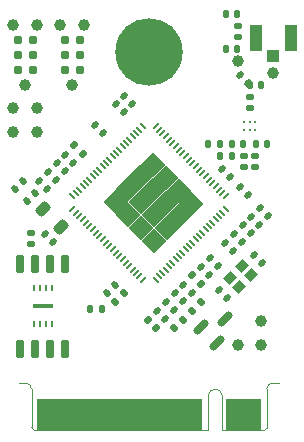
<source format=gbr>
%TF.GenerationSoftware,KiCad,Pcbnew,7.0.1*%
%TF.CreationDate,2023-06-29T04:52:52+02:00*%
%TF.ProjectId,rtl872xd-dev-board,72746c38-3732-4786-942d-6465762d626f,0.1.0*%
%TF.SameCoordinates,Original*%
%TF.FileFunction,Soldermask,Top*%
%TF.FilePolarity,Negative*%
%FSLAX46Y46*%
G04 Gerber Fmt 4.6, Leading zero omitted, Abs format (unit mm)*
G04 Created by KiCad (PCBNEW 7.0.1) date 2023-06-29 04:52:52*
%MOMM*%
%LPD*%
G01*
G04 APERTURE LIST*
G04 Aperture macros list*
%AMRoundRect*
0 Rectangle with rounded corners*
0 $1 Rounding radius*
0 $2 $3 $4 $5 $6 $7 $8 $9 X,Y pos of 4 corners*
0 Add a 4 corners polygon primitive as box body*
4,1,4,$2,$3,$4,$5,$6,$7,$8,$9,$2,$3,0*
0 Add four circle primitives for the rounded corners*
1,1,$1+$1,$2,$3*
1,1,$1+$1,$4,$5*
1,1,$1+$1,$6,$7*
1,1,$1+$1,$8,$9*
0 Add four rect primitives between the rounded corners*
20,1,$1+$1,$2,$3,$4,$5,0*
20,1,$1+$1,$4,$5,$6,$7,0*
20,1,$1+$1,$6,$7,$8,$9,0*
20,1,$1+$1,$8,$9,$2,$3,0*%
%AMHorizOval*
0 Thick line with rounded ends*
0 $1 width*
0 $2 $3 position (X,Y) of the first rounded end (center of the circle)*
0 $4 $5 position (X,Y) of the second rounded end (center of the circle)*
0 Add line between two ends*
20,1,$1,$2,$3,$4,$5,0*
0 Add two circle primitives to create the rounded ends*
1,1,$1,$2,$3*
1,1,$1,$4,$5*%
%AMRotRect*
0 Rectangle, with rotation*
0 The origin of the aperture is its center*
0 $1 length*
0 $2 width*
0 $3 Rotation angle, in degrees counterclockwise*
0 Add horizontal line*
21,1,$1,$2,0,0,$3*%
G04 Aperture macros list end*
%TA.AperFunction,Profile*%
%ADD10C,0.050000*%
%TD*%
%ADD11C,1.000000*%
%ADD12RoundRect,0.101600X-0.175000X-1.250000X0.175000X-1.250000X0.175000X1.250000X-0.175000X1.250000X0*%
%ADD13C,5.703200*%
%ADD14RoundRect,0.218750X0.424264X0.114905X0.114905X0.424264X-0.424264X-0.114905X-0.114905X-0.424264X0*%
%ADD15RoundRect,0.140000X-0.219203X-0.021213X-0.021213X-0.219203X0.219203X0.021213X0.021213X0.219203X0*%
%ADD16RoundRect,0.140000X0.219203X0.021213X0.021213X0.219203X-0.219203X-0.021213X-0.021213X-0.219203X0*%
%ADD17HorizOval,0.200000X-0.194454X0.194454X0.194454X-0.194454X0*%
%ADD18HorizOval,0.200000X0.194454X0.194454X-0.194454X-0.194454X0*%
%ADD19RotRect,1.550000X1.482500X135.000000*%
%ADD20RoundRect,0.147500X0.172500X-0.147500X0.172500X0.147500X-0.172500X0.147500X-0.172500X-0.147500X0*%
%ADD21RoundRect,0.140000X0.140000X0.170000X-0.140000X0.170000X-0.140000X-0.170000X0.140000X-0.170000X0*%
%ADD22RoundRect,0.140000X0.170000X-0.140000X0.170000X0.140000X-0.170000X0.140000X-0.170000X-0.140000X0*%
%ADD23RoundRect,0.140000X-0.140000X-0.170000X0.140000X-0.170000X0.140000X0.170000X-0.140000X0.170000X0*%
%ADD24RoundRect,0.150000X0.150000X-0.650000X0.150000X0.650000X-0.150000X0.650000X-0.150000X-0.650000X0*%
%ADD25RoundRect,0.135000X0.035355X-0.226274X0.226274X-0.035355X-0.035355X0.226274X-0.226274X0.035355X0*%
%ADD26R,1.000000X1.050000*%
%ADD27R,1.050000X2.200000*%
%ADD28RoundRect,0.140000X-0.021213X0.219203X-0.219203X0.021213X0.021213X-0.219203X0.219203X-0.021213X0*%
%ADD29RoundRect,0.140000X0.021213X-0.219203X0.219203X-0.021213X-0.021213X0.219203X-0.219203X0.021213X0*%
%ADD30RoundRect,0.150000X-0.309359X-0.521491X0.521491X0.309359X0.309359X0.521491X-0.521491X-0.309359X0*%
%ADD31RoundRect,0.135000X-0.035355X0.226274X-0.226274X0.035355X0.035355X-0.226274X0.226274X-0.035355X0*%
%ADD32R,0.280000X0.600000*%
%ADD33R,1.700000X0.300000*%
%ADD34R,0.280000X0.265000*%
%ADD35RoundRect,0.135000X-0.226274X-0.035355X-0.035355X-0.226274X0.226274X0.035355X0.035355X0.226274X0*%
%ADD36C,0.990600*%
%ADD37C,0.787400*%
%ADD38RoundRect,0.135000X0.226274X0.035355X0.035355X0.226274X-0.226274X-0.035355X-0.035355X-0.226274X0*%
%ADD39RotRect,0.900000X0.800000X225.000000*%
%ADD40RoundRect,0.135000X-0.135000X-0.185000X0.135000X-0.185000X0.135000X0.185000X-0.135000X0.185000X0*%
G04 APERTURE END LIST*
D10*
%TO.C,J2*%
X116000000Y-141250000D02*
X116550000Y-141250000D01*
X117050000Y-141750000D02*
X117050000Y-145050000D01*
X117250000Y-145250000D02*
X132000000Y-145250000D01*
X132000000Y-142350000D02*
X132000000Y-145250000D01*
X133200000Y-142350000D02*
X133200000Y-145250000D01*
X133200000Y-145250000D02*
X136750000Y-145250000D01*
X136950000Y-145050000D02*
X136950000Y-141750000D01*
X138000000Y-141250000D02*
X137450000Y-141250000D01*
X117050000Y-141750000D02*
G75*
G03*
X116550000Y-141250000I-500001J-1D01*
G01*
X117050000Y-145050000D02*
G75*
G03*
X117250000Y-145250000I200001J1D01*
G01*
X132600000Y-141750000D02*
G75*
G03*
X132000000Y-142350000I0J-600000D01*
G01*
X133200000Y-142350000D02*
G75*
G03*
X132600000Y-141750000I-600000J0D01*
G01*
X137450000Y-141250000D02*
G75*
G03*
X136950000Y-141750000I0J-500000D01*
G01*
X136750000Y-145250000D02*
G75*
G03*
X136950000Y-145050000I0J200000D01*
G01*
%TD*%
D11*
%TO.C,TP6*%
X115500000Y-120000000D03*
%TD*%
D12*
%TO.C,J2*%
X136250000Y-144000000D03*
X135750000Y-144000000D03*
X135250000Y-144000000D03*
X134750000Y-144000000D03*
X134250000Y-144000000D03*
X133750000Y-144000000D03*
X131250000Y-144000000D03*
X130750000Y-144000000D03*
X130250000Y-144000000D03*
X129750000Y-144000000D03*
X129250000Y-144000000D03*
X128750000Y-144000000D03*
X128250000Y-144000000D03*
X127750000Y-144000000D03*
X127250000Y-144000000D03*
X126750000Y-144000000D03*
X126250000Y-144000000D03*
X125750000Y-144000000D03*
X125250000Y-144000000D03*
X124750000Y-144000000D03*
X124250000Y-144000000D03*
X123750000Y-144000000D03*
X123250000Y-144000000D03*
X122750000Y-144000000D03*
X122250000Y-144000000D03*
X121750000Y-144000000D03*
X121250000Y-144000000D03*
X120750000Y-144000000D03*
X120250000Y-144000000D03*
X119750000Y-144000000D03*
X119250000Y-144000000D03*
X118750000Y-144000000D03*
X118250000Y-144000000D03*
X117750000Y-144000000D03*
D13*
X127000000Y-113250000D03*
%TD*%
D14*
%TO.C,L4*%
X119501302Y-128001301D03*
X117998700Y-126498699D03*
%TD*%
D15*
%TO.C,C22*%
X134910589Y-127910589D03*
X135589411Y-128589411D03*
%TD*%
D16*
%TO.C,C6*%
X135339411Y-115839411D03*
X134660589Y-115160589D03*
%TD*%
D15*
%TO.C,C28*%
X122410589Y-119410589D03*
X123089411Y-120089411D03*
%TD*%
D16*
%TO.C,C14*%
X129839411Y-134339411D03*
X129160589Y-133660589D03*
%TD*%
D17*
%TO.C,U1*%
X127548008Y-132487705D03*
X127830850Y-132204862D03*
X128113693Y-131922019D03*
X128396536Y-131639177D03*
X128679379Y-131356334D03*
X128962221Y-131073491D03*
X129245064Y-130790648D03*
X129527907Y-130507806D03*
X129810749Y-130224963D03*
X130093592Y-129942120D03*
X130376435Y-129659278D03*
X130659278Y-129376435D03*
X130942120Y-129093592D03*
X131224963Y-128810749D03*
X131507806Y-128527907D03*
X131790648Y-128245064D03*
X132073491Y-127962221D03*
X132356334Y-127679379D03*
X132639177Y-127396536D03*
X132922019Y-127113693D03*
X133204862Y-126830850D03*
X133487705Y-126548008D03*
D18*
X133487705Y-125451992D03*
X133204862Y-125169150D03*
X132922019Y-124886307D03*
X132639177Y-124603464D03*
X132356334Y-124320621D03*
X132073491Y-124037779D03*
X131790648Y-123754936D03*
X131507806Y-123472093D03*
X131224963Y-123189251D03*
X130942120Y-122906408D03*
X130659278Y-122623565D03*
X130376435Y-122340722D03*
X130093592Y-122057880D03*
X129810749Y-121775037D03*
X129527907Y-121492194D03*
X129245064Y-121209352D03*
X128962221Y-120926509D03*
X128679379Y-120643666D03*
X128396536Y-120360823D03*
X128113693Y-120077981D03*
X127830850Y-119795138D03*
X127548008Y-119512295D03*
D17*
X126451992Y-119512295D03*
X126169150Y-119795138D03*
X125886307Y-120077981D03*
X125603464Y-120360823D03*
X125320621Y-120643666D03*
X125037779Y-120926509D03*
X124754936Y-121209352D03*
X124472093Y-121492194D03*
X124189251Y-121775037D03*
X123906408Y-122057880D03*
X123623565Y-122340722D03*
X123340722Y-122623565D03*
X123057880Y-122906408D03*
X122775037Y-123189251D03*
X122492194Y-123472093D03*
X122209352Y-123754936D03*
X121926509Y-124037779D03*
X121643666Y-124320621D03*
X121360823Y-124603464D03*
X121077981Y-124886307D03*
X120795138Y-125169150D03*
X120512295Y-125451992D03*
D18*
X120512295Y-126548008D03*
X120795138Y-126830850D03*
X121077981Y-127113693D03*
X121360823Y-127396536D03*
X121643666Y-127679379D03*
X121926509Y-127962221D03*
X122209352Y-128245064D03*
X122492194Y-128527907D03*
X122775037Y-128810749D03*
X123057880Y-129093592D03*
X123340722Y-129376435D03*
X123623565Y-129659278D03*
X123906408Y-129942120D03*
X124189251Y-130224963D03*
X124472093Y-130507806D03*
X124754936Y-130790648D03*
X125037779Y-131073491D03*
X125320621Y-131356334D03*
X125603464Y-131639177D03*
X125886307Y-131922019D03*
X126169150Y-132204862D03*
X126451992Y-132487705D03*
D19*
X127442826Y-129198774D03*
X128491111Y-128150488D03*
X129539397Y-127102203D03*
X130587683Y-126053917D03*
X126346810Y-128102759D03*
X127395096Y-127054473D03*
X128443382Y-126006187D03*
X129491668Y-124957901D03*
X125250795Y-127006743D03*
X126299080Y-125958457D03*
X127347366Y-124910172D03*
X128395652Y-123861886D03*
X124154779Y-125910728D03*
X125203065Y-124862442D03*
X126251351Y-123814156D03*
X127299636Y-122765870D03*
%TD*%
D15*
%TO.C,C19*%
X131410589Y-131410589D03*
X132089411Y-132089411D03*
%TD*%
D20*
%TO.C,L1*%
X136000000Y-122985000D03*
X136000000Y-122015000D03*
%TD*%
D21*
%TO.C,C7*%
X134480000Y-113000000D03*
X133520000Y-113000000D03*
%TD*%
D15*
%TO.C,C31*%
X118410589Y-123410589D03*
X119089411Y-124089411D03*
%TD*%
D11*
%TO.C,TP5*%
X115500000Y-118000000D03*
%TD*%
D21*
%TO.C,C8*%
X134480000Y-110000000D03*
X133520000Y-110000000D03*
%TD*%
D16*
%TO.C,C24*%
X137089411Y-127089411D03*
X136410589Y-126410589D03*
%TD*%
D11*
%TO.C,TP1*%
X137500000Y-115000000D03*
%TD*%
D22*
%TO.C,C5*%
X135500000Y-117980000D03*
X135500000Y-117020000D03*
%TD*%
D16*
%TO.C,C13*%
X129089411Y-135089411D03*
X128410589Y-134410589D03*
%TD*%
D15*
%TO.C,C21*%
X134160589Y-128660589D03*
X134839411Y-129339411D03*
%TD*%
D11*
%TO.C,TP3*%
X136500000Y-138000000D03*
%TD*%
D16*
%TO.C,C17*%
X130589411Y-133589411D03*
X129910589Y-132910589D03*
%TD*%
D21*
%TO.C,C25*%
X133980000Y-122000000D03*
X133020000Y-122000000D03*
%TD*%
D15*
%TO.C,C27*%
X124910589Y-116910589D03*
X125589411Y-117589411D03*
%TD*%
D23*
%TO.C,C26*%
X132020000Y-121000000D03*
X132980000Y-121000000D03*
%TD*%
D11*
%TO.C,TP9*%
X136500000Y-136000000D03*
%TD*%
D15*
%TO.C,C2*%
X134660589Y-124660589D03*
X135339411Y-125339411D03*
%TD*%
D24*
%TO.C,U2*%
X116095000Y-138350000D03*
X117365000Y-138350000D03*
X118635000Y-138350000D03*
X119905000Y-138350000D03*
X119905000Y-131150000D03*
X118635000Y-131150000D03*
X117365000Y-131150000D03*
X116095000Y-131150000D03*
%TD*%
D25*
%TO.C,R5*%
X124139376Y-134360624D03*
X124860624Y-133639376D03*
%TD*%
D26*
%TO.C,J1*%
X137500000Y-113550000D03*
D27*
X136025000Y-112025000D03*
X138975000Y-112025000D03*
%TD*%
D16*
%TO.C,C12*%
X133589411Y-134089411D03*
X132910589Y-133410589D03*
%TD*%
D25*
%TO.C,R7*%
X130639376Y-135110624D03*
X131360624Y-134389376D03*
%TD*%
D28*
%TO.C,C35*%
X124089411Y-132910589D03*
X123410589Y-133589411D03*
%TD*%
D29*
%TO.C,C16*%
X115660589Y-124839411D03*
X116339411Y-124160589D03*
%TD*%
D21*
%TO.C,C3*%
X134980000Y-121000000D03*
X134020000Y-121000000D03*
%TD*%
D30*
%TO.C,U4*%
X131415336Y-136491161D03*
X132758839Y-137834664D03*
X133412913Y-135837087D03*
%TD*%
D31*
%TO.C,R4*%
X129860624Y-135889376D03*
X129139376Y-136610624D03*
%TD*%
D32*
%TO.C,U3*%
X117250000Y-136257000D03*
X117750000Y-136257000D03*
X118250000Y-136257000D03*
X118750000Y-136257000D03*
X118750000Y-133243000D03*
X118250000Y-133243000D03*
X117750000Y-133243000D03*
X117250000Y-133243000D03*
D33*
X118000000Y-134750000D03*
%TD*%
D34*
%TO.C,DP1*%
X136000000Y-119143000D03*
X135500000Y-119143000D03*
X135000000Y-119143000D03*
X135000000Y-119857000D03*
X135500000Y-119857000D03*
X136000000Y-119857000D03*
%TD*%
D15*
%TO.C,C32*%
X117660589Y-124160589D03*
X118339411Y-124839411D03*
%TD*%
D16*
%TO.C,C18*%
X134089411Y-130089411D03*
X133410589Y-129410589D03*
%TD*%
%TO.C,C4*%
X133839411Y-123839411D03*
X133160589Y-123160589D03*
%TD*%
D15*
%TO.C,C11*%
X135910589Y-130410589D03*
X136589411Y-131089411D03*
%TD*%
D16*
%TO.C,C36*%
X128339411Y-135839411D03*
X127660589Y-135160589D03*
%TD*%
%TO.C,C15*%
X124839411Y-118339411D03*
X124160589Y-117660589D03*
%TD*%
D20*
%TO.C,L2*%
X135000000Y-122970000D03*
X135000000Y-122000000D03*
%TD*%
D35*
%TO.C,R6*%
X120639376Y-121139376D03*
X121360624Y-121860624D03*
%TD*%
D23*
%TO.C,C1*%
X136020000Y-121000000D03*
X136980000Y-121000000D03*
%TD*%
D11*
%TO.C,TP2*%
X134500000Y-114000000D03*
%TD*%
D15*
%TO.C,C29*%
X119910589Y-121910589D03*
X120589411Y-122589411D03*
%TD*%
D36*
%TO.C,J4*%
X116500000Y-116040000D03*
X115484000Y-110960000D03*
X117516000Y-110960000D03*
D37*
X117135000Y-114770000D03*
X115865000Y-114770000D03*
X117135000Y-113500000D03*
X115865000Y-113500000D03*
X117135000Y-112230000D03*
X115865000Y-112230000D03*
%TD*%
D38*
%TO.C,R2*%
X131360624Y-132860624D03*
X130639376Y-132139376D03*
%TD*%
D36*
%TO.C,J3*%
X120500000Y-116040000D03*
X119484000Y-110960000D03*
X121516000Y-110960000D03*
D37*
X121135000Y-114770000D03*
X119865000Y-114770000D03*
X121135000Y-113500000D03*
X119865000Y-113500000D03*
X121135000Y-112230000D03*
X119865000Y-112230000D03*
%TD*%
D16*
%TO.C,C30*%
X119839411Y-123339411D03*
X119160589Y-122660589D03*
%TD*%
%TO.C,C20*%
X132839411Y-131339411D03*
X132160589Y-130660589D03*
%TD*%
D11*
%TO.C,TP8*%
X117500000Y-118000000D03*
%TD*%
D20*
%TO.C,L3*%
X134500000Y-111985000D03*
X134500000Y-111015000D03*
%TD*%
D29*
%TO.C,C33*%
X116660589Y-125839411D03*
X117339411Y-125160589D03*
%TD*%
D23*
%TO.C,C9*%
X135520000Y-116000000D03*
X136480000Y-116000000D03*
%TD*%
D22*
%TO.C,C10*%
X117000000Y-129480000D03*
X117000000Y-128520000D03*
%TD*%
D39*
%TO.C,Y1*%
X134856066Y-131366117D03*
X133866117Y-132356066D03*
X134643934Y-133133883D03*
X135633883Y-132143934D03*
%TD*%
D16*
%TO.C,C23*%
X136339411Y-127839411D03*
X135660589Y-127160589D03*
%TD*%
D11*
%TO.C,TP4*%
X134500000Y-138000000D03*
%TD*%
D40*
%TO.C,R1*%
X121990000Y-135000000D03*
X123010000Y-135000000D03*
%TD*%
D15*
%TO.C,C34*%
X118160589Y-128660589D03*
X118839411Y-129339411D03*
%TD*%
D11*
%TO.C,TP7*%
X117500000Y-120000000D03*
%TD*%
D38*
%TO.C,R3*%
X127610624Y-136610624D03*
X126889376Y-135889376D03*
%TD*%
M02*

</source>
